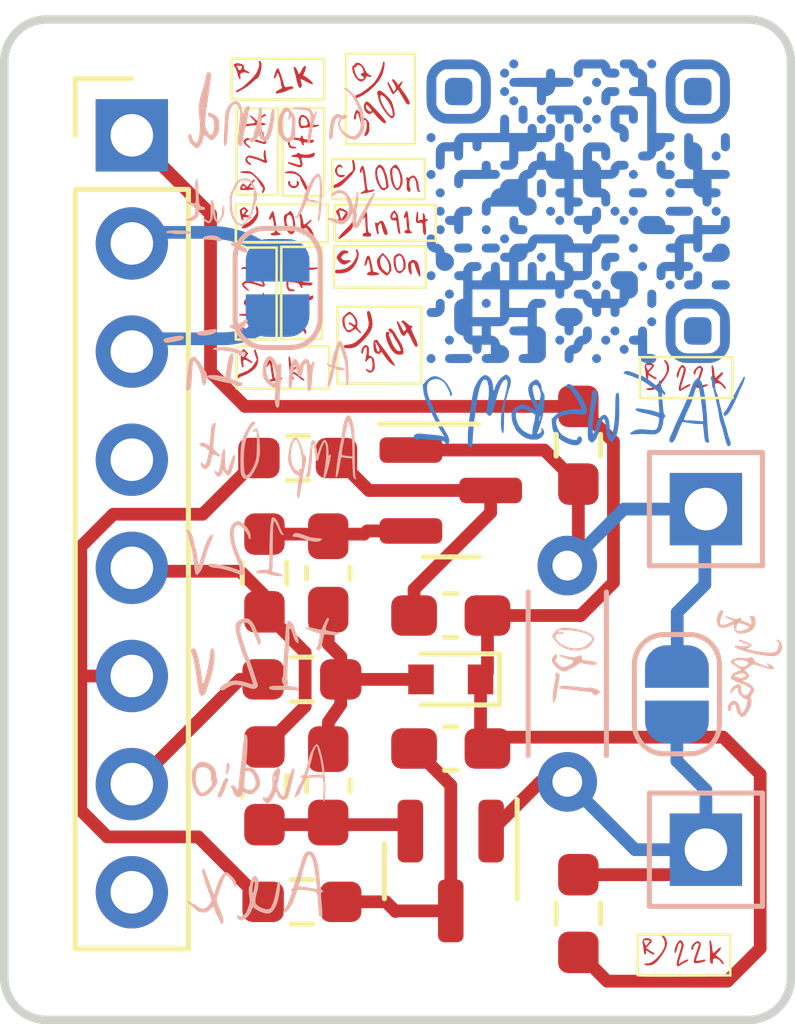
<source format=kicad_pcb>
(kicad_pcb (version 20221018) (generator pcbnew)
  (layers (0 "F.Cu" signal) (31 "B.Cu" signal) (34 "B.Paste" user) (35 "F.Paste" user) (36 "B.SilkS" user "B.Silkscreen") (37 "F.SilkS" user "F.Silkscreen") (38 "B.Mask" user) (39 "F.Mask" user) (44 "Edge.Cuts" user))
  (net 0 "")
  (net 1 "Net-(Q1-C)")
  (net 2 "GND")
  (net 3 "Net-(Q1-E)")
  (net 4 "Net-(D1-A)")
  (net 5 "Net-(Q2-C)")
  (net 6 "Net-(Q2-E)")
  (net 7 "Net-(J1-Pin_1)")
  (net 8 "Net-(J2-Pin_1)")
  (net 9 "/AUX")
  (net 10 "/AUDIO")
  (net 11 "+12V")
  (net 12 "-12V")
  (net 13 "/AMP_OUT")
  (net 14 "/AMP_IN")
  (net 15 "/VCA_OUT")
  (footprint "Package_TO_SOT_SMD:SOT-23" (layer "F.Cu") (at 111 95 -90)
    (fp_text reference "Q2")
    (fp_text value "MMBT3904" hide)
  )
  (footprint "Connector_PinHeader_2.54mm:PinHeader_1x08_P2.54mm_Vertical" (layer "F.Cu") (at 103.5 77.72)
    (fp_text reference "J3")
    (fp_text value "Conn_01x08_Pin" hide)
  )
  (footprint "Resistor_SMD:R_0603_1608Metric_Pad0.98x0.95mm_HandSolder" (layer "F.Cu") (at 107.5 95.725)
    (fp_text reference "R5")
    (fp_text value "1k" hide)
  )
  (footprint "Diode_SMD:D_SOD-523" (layer "F.Cu") (at 111 90.5 180)
    (fp_text reference "D1")
    (fp_text value "1N914" hide)
  )
  (footprint "Package_TO_SOT_SMD:SOT-23" (layer "F.Cu") (at 111 86.0625)
    (fp_text reference "Q1")
    (fp_text value "MMBT3904" hide)
  )
  (footprint "YAEWSBM2:frontmask" (layer "F.Cu") (at 109.5 86.5)
    (fp_text reference "G***" hide)
    (fp_text value "LOGO" hide)
  )
  (footprint "Resistor_SMD:R_0603_1608Metric_Pad0.98x0.95mm_HandSolder" (layer "F.Cu") (at 114 85 -90)
    (fp_text reference "R1")
    (fp_text value "22k" hide)
  )
  (footprint "Capacitor_SMD:C_0603_1608Metric_Pad1.08x0.95mm_HandSolder" (layer "F.Cu") (at 108.118502 88 -90)
    (fp_text reference "C2")
    (fp_text value "47pF" hide)
  )
  (footprint "Capacitor_SMD:C_0603_1608Metric_Pad1.08x0.95mm_HandSolder" (layer "F.Cu") (at 111 89)
    (fp_text reference "C1")
    (fp_text value "0.1uF" hide)
  )
  (footprint "Capacitor_SMD:C_0603_1608Metric_Pad1.08x0.95mm_HandSolder" (layer "F.Cu") (at 108.118502 93 90)
    (fp_text reference "C4")
    (fp_text value "47pF" hide)
  )
  (footprint "YAEWSBM2:frontsilk" (layer "F.Cu") (at 109.5 86.5)
    (fp_text reference "G***" hide)
    (fp_text value "LOGO" hide)
  )
  (footprint "Capacitor_SMD:C_0603_1608Metric_Pad1.08x0.95mm_HandSolder" (layer "F.Cu") (at 111 92.123595)
    (fp_text reference "C3")
    (fp_text value "0.1uF" hide)
  )
  (footprint "Resistor_SMD:R_0603_1608Metric_Pad0.98x0.95mm_HandSolder" (layer "F.Cu") (at 114 96 90)
    (fp_text reference "R2")
    (fp_text value "22k" hide)
  )
  (footprint "Resistor_SMD:R_0603_1608Metric_Pad0.98x0.95mm_HandSolder" (layer "F.Cu") (at 107.4 85.3)
    (fp_text reference "R3")
    (fp_text value "1k" hide)
  )
  (footprint "YAEWSBM2:frontcopper" (layer "F.Cu") (at 109.5 86.5)
    (fp_text reference "G***" hide)
    (fp_text value "LOGO" hide)
  )
  (footprint "Resistor_SMD:R_0603_1608Metric_Pad0.98x0.95mm_HandSolder" (layer "F.Cu") (at 106.618502 88 -90)
    (fp_text reference "R4")
    (fp_text value "22k" hide)
  )
  (footprint "Resistor_SMD:R_0603_1608Metric_Pad0.98x0.95mm_HandSolder" (layer "F.Cu") (at 107.5 90.5 180)
    (fp_text reference "R7")
    (fp_text value "10k" hide)
  )
  (footprint "Resistor_SMD:R_0603_1608Metric_Pad0.98x0.95mm_HandSolder" (layer "F.Cu") (at 106.618502 93 90)
    (fp_text reference "R6")
    (fp_text value "22k" hide)
  )
  (footprint "Connector_PinHeader_2.54mm:PinHeader_1x01_P2.54mm_Vertical" (layer "B.Cu") (at 117 86.5 180)
    (fp_text reference "J1")
    (fp_text value "Conn_01x01_Pin" hide)
  )
  (footprint "Resistor_THT:R_Axial_DIN0204_L3.6mm_D1.6mm_P5.08mm_Horizontal" (layer "B.Cu") (at 113.739534 92.906988 90)
    (fp_text reference "R8")
    (fp_text value "OPT" hide)
  )
  (footprint "Jumper:SolderJumper-2_P1.3mm_Open_RoundedPad1.0x1.5mm" (layer "B.Cu") (at 116.317618 90.847626 -90)
    (fp_text reference "JP1")
    (fp_text value "SolderJumper_2_Open" hide)
  )
  (footprint "YAEWSBM2:rearcopper" (layer "B.Cu") (at 109.6 86.5 180)
    (fp_text reference "")
    (fp_text value "")
  )
  (footprint "YAEWSBM2:rearsilk" (layer "B.Cu") (at 109.6 86.425 180)
    (fp_text reference "G***" hide)
    (fp_text value "LOGO" hide)
  )
  (footprint "YAEWSBM2:qr" (layer "B.Cu") (at 114 79.5 180)
    (fp_text reference "G***" hide)
    (fp_text value "LOGO" hide)
  )
  (footprint "Connector_PinHeader_2.54mm:PinHeader_1x01_P2.54mm_Vertical" (layer "B.Cu") (at 117 94.5 180)
    (fp_text reference "J2")
    (fp_text value "Conn_01x01_Pin" hide)
  )
  (footprint "Jumper:SolderJumper-2_P1.3mm_Open_RoundedPad1.0x1.5mm" (layer "B.Cu") (at 106.927937 81.305305 90)
    (fp_text reference "JP2")
    (fp_text value "SolderJumper_2_Open" hide)
  )
  (gr_line (start 118 98.5) (end 101.5 98.5) (stroke (width 0.2)) (layer "Edge.Cuts"))
  (gr_arc (start 119 97.5) (mid 118.707107 98.207107) (end 118 98.5) (stroke (width 0.2)) (layer "Edge.Cuts"))
  (gr_line (start 101.5 75) (end 118 75) (stroke (width 0.2)) (layer "Edge.Cuts"))
  (gr_arc (start 101.5 98.5) (mid 100.792893 98.207107) (end 100.5 97.5) (stroke (width 0.2)) (layer "Edge.Cuts"))
  (gr_arc (start 100.5 76) (mid 100.792893 75.292893) (end 101.5 75) (stroke (width 0.2)) (layer "Edge.Cuts"))
  (gr_line (start 119 76) (end 119 97.5) (stroke (width 0.2)) (layer "Edge.Cuts"))
  (gr_arc (start 118 75) (mid 118.707107 75.292893) (end 119 76) (stroke (width 0.2)) (layer "Edge.Cuts"))
  (gr_line (start 100.5 97.5) (end 100.5 76) (stroke (width 0.2)) (layer "Edge.Cuts"))
  (segment (start 111.9375 86.582107) (end 110.1375 88.382107) (width 0.3) (layer "F.Cu") (net 1))
  (segment (start 110.1375 88.382107) (end 110.1375 89) (width 0.3) (layer "F.Cu") (net 1))
  (segment (start 111.9375 86.0625) (end 109.075 86.0625) (width 0.3) (layer "F.Cu") (net 1))
  (segment (start 111.9375 86.0625) (end 111.9375 86.582107) (width 0.3) (layer "F.Cu") (net 1))
  (segment (start 109.075 86.0625) (end 108.3125 85.3) (width 0.3) (layer "F.Cu") (net 1))
  (segment (start 111.7 90.5) (end 111.7 91.961095) (width 0.3) (layer "F.Cu") (net 2))
  (segment (start 111.7 91.961095) (end 111.8625 92.123595) (width 0.3) (layer "F.Cu") (net 2))
  (segment (start 118.275 92.725) (end 118.275 96.819547) (width 0.3) (layer "F.Cu") (net 2))
  (segment (start 105.35 79.57) (end 103.5 77.72) (width 0.3) (layer "F.Cu") (net 2))
  (segment (start 114.675488 97.587988) (end 114 96.9125) (width 0.3) (layer "F.Cu") (net 2))
  (segment (start 111.8625 92.123595) (end 112.129107 91.856988) (width 0.3) (layer "F.Cu") (net 2))
  (segment (start 114 84.0875) (end 106.159201 84.0875) (width 0.3) (layer "F.Cu") (net 2))
  (segment (start 105.35 83.278299) (end 105.35 79.57) (width 0.3) (layer "F.Cu") (net 2))
  (segment (start 112.129107 91.856988) (end 117.406988 91.856988) (width 0.3) (layer "F.Cu") (net 2))
  (segment (start 106.159201 84.0875) (end 105.35 83.278299) (width 0.3) (layer "F.Cu") (net 2))
  (segment (start 117.506559 97.587988) (end 114.675488 97.587988) (width 0.3) (layer "F.Cu") (net 2))
  (segment (start 114 84.0875) (end 114.825 84.9125) (width 0.3) (layer "F.Cu") (net 2))
  (segment (start 118.275 96.819547) (end 117.506559 97.587988) (width 0.3) (layer "F.Cu") (net 2))
  (segment (start 111.8625 89) (end 111.8625 90.3375) (width 0.3) (layer "F.Cu") (net 2))
  (segment (start 117.406988 91.856988) (end 118.275 92.725) (width 0.3) (layer "F.Cu") (net 2))
  (segment (start 114.825 88.226447) (end 114.051447 89) (width 0.3) (layer "F.Cu") (net 2))
  (segment (start 114.825 84.9125) (end 114.825 88.226447) (width 0.3) (layer "F.Cu") (net 2))
  (segment (start 111.8625 90.3375) (end 111.7 90.5) (width 0.3) (layer "F.Cu") (net 2))
  (segment (start 114.051447 89) (end 111.8625 89) (width 0.3) (layer "F.Cu") (net 2))
  (segment (start 109.0375 87.0125) (end 110.0625 87.0125) (width 0.3) (layer "F.Cu") (net 3))
  (segment (start 106.618502 87.0875) (end 108.9625 87.0875) (width 0.3) (layer "F.Cu") (net 3))
  (segment (start 108.9625 87.0875) (end 109.0375 87.0125) (width 0.3) (layer "F.Cu") (net 3))
  (segment (start 108.125 91.5) (end 108.118502 91.618502) (width 0.3) (layer "F.Cu") (net 4))
  (segment (start 108.4125 91.0875) (end 108.125 91.5) (width 0.3) (layer "F.Cu") (net 4))
  (segment (start 108.4125 89.9625) (end 108.118502 89.668502) (width 0.3) (layer "F.Cu") (net 4))
  (segment (start 108.4125 90.5) (end 108.4125 91.0875) (width 0.3) (layer "F.Cu") (net 4))
  (segment (start 110.3 90.5) (end 108.4125 90.5) (width 0.3) (layer "F.Cu") (net 4))
  (segment (start 108.118502 91.618502) (end 108.118502 92.1375) (width 0.3) (layer "F.Cu") (net 4))
  (segment (start 108.4125 90.5) (end 108.4125 89.9625) (width 0.3) (layer "F.Cu") (net 4))
  (segment (start 108.118502 89.668502) (end 108.118502 88.8625) (width 0.3) (layer "F.Cu") (net 4))
  (segment (start 109.7 95.95) (end 109.7125 95.9375) (width 0.3) (layer "F.Cu") (net 5))
  (segment (start 109.7125 95.9375) (end 111 95.9375) (width 0.3) (layer "F.Cu") (net 5))
  (segment (start 109.475 95.725) (end 109.7 95.95) (width 0.3) (layer "F.Cu") (net 5))
  (segment (start 108.4125 95.725) (end 109.475 95.725) (width 0.3) (layer "F.Cu") (net 5))
  (segment (start 111 92.986095) (end 111 95.9375) (width 0.3) (layer "F.Cu") (net 5))
  (segment (start 110.1375 92.123595) (end 111 92.986095) (width 0.3) (layer "F.Cu") (net 5))
  (segment (start 109.9 93.9125) (end 110.05 94.0625) (width 0.3) (layer "F.Cu") (net 6))
  (segment (start 106.618502 93.9125) (end 109.9 93.9125) (width 0.3) (layer "F.Cu") (net 6))
  (segment (start 114 85.9125) (end 114 87.566522) (width 0.3) (layer "F.Cu") (net 7))
  (segment (start 113.2 85.1125) (end 114 85.9125) (width 0.3) (layer "F.Cu") (net 7))
  (segment (start 110.0625 85.1125) (end 113.2 85.1125) (width 0.3) (layer "F.Cu") (net 7))
  (segment (start 114 87.566522) (end 113.739534 87.826988) (width 0.3) (layer "F.Cu") (net 7))
  (segment (start 113.739534 87.826988) (end 115.066522 86.5) (width 0.3) (layer "B.Cu") (net 7))
  (segment (start 116.325 90.190244) (end 116.317618 90.197626) (width 0.3) (layer "B.Cu") (net 7))
  (segment (start 116.975 88.275) (end 116.325 88.925) (width 0.3) (layer "B.Cu") (net 7))
  (segment (start 116.975 86.525) (end 116.975 88.275) (width 0.3) (layer "B.Cu") (net 7))
  (segment (start 116.325 88.925) (end 116.325 90.190244) (width 0.3) (layer "B.Cu") (net 7))
  (segment (start 115.066522 86.5) (end 117 86.5) (width 0.3) (layer "B.Cu") (net 7))
  (segment (start 117 86.5) (end 116.975 86.525) (width 0.3) (layer "B.Cu") (net 7))
  (segment (start 113.105512 92.906988) (end 113.739534 92.906988) (width 0.3) (layer "F.Cu") (net 8))
  (segment (start 116.4125 95.0875) (end 114 95.0875) (width 0.3) (layer "F.Cu") (net 8))
  (segment (start 111.95 94.0625) (end 113.105512 92.906988) (width 0.3) (layer "F.Cu") (net 8))
  (segment (start 117 94.5) (end 116.4125 95.0875) (width 0.3) (layer "F.Cu") (net 8))
  (segment (start 117 93.1) (end 117 94.5) (width 0.3) (layer "B.Cu") (net 8))
  (segment (start 116.317618 92.417618) (end 117 93.1) (width 0.3) (layer "B.Cu") (net 8))
  (segment (start 113.739534 92.906988) (end 115.332546 94.5) (width 0.3) (layer "B.Cu") (net 8))
  (segment (start 115.332546 94.5) (end 117 94.5) (width 0.3) (layer "B.Cu") (net 8))
  (segment (start 116.317618 91.497626) (end 116.317618 92.417618) (width 0.3) (layer "B.Cu") (net 8))
  (segment (start 106.04 90.5) (end 106.5875 90.5) (width 0.3) (layer "F.Cu") (net 10))
  (segment (start 103.5 93.04) (end 106.04 90.5) (width 0.3) (layer "F.Cu") (net 10))
  (segment (start 102.305 90.42) (end 102.3 90.425) (width 0.3) (layer "F.Cu") (net 11))
  (segment (start 106.5875 95.725) (end 105.0625 94.2) (width 0.3) (layer "F.Cu") (net 11))
  (segment (start 102.3 90.425) (end 102.3 87.382943) (width 0.3) (layer "F.Cu") (net 11))
  (segment (start 103.5 90.42) (end 102.305 90.42) (width 0.3) (layer "F.Cu") (net 11))
  (segment (start 103.062943 86.62) (end 105.1675 86.62) (width 0.3) (layer "F.Cu") (net 11))
  (segment (start 102.3 87.382943) (end 103.062943 86.62) (width 0.3) (layer "F.Cu") (net 11))
  (segment (start 105.0625 94.2) (end 102.925 94.2) (width 0.3) (layer "F.Cu") (net 11))
  (segment (start 105.1675 86.62) (end 106.4875 85.3) (width 0.3) (layer "F.Cu") (net 11))
  (segment (start 102.3 93.575) (end 102.3 90.425) (width 0.3) (layer "F.Cu") (net 11))
  (segment (start 102.925 94.2) (end 102.3 93.575) (width 0.3) (layer "F.Cu") (net 11))
  (segment (start 106.618502 88.531002) (end 106.0475 87.96) (width 0.3) (layer "F.Cu") (net 12))
  (segment (start 106.618502 88.9125) (end 106.618502 88.531002) (width 0.3) (layer "F.Cu") (net 12))
  (segment (start 103.5 87.96) (end 106.0475 87.96) (width 0.3) (layer "F.Cu") (net 12))
  (segment (start 106.618502 92.0875) (end 107.575 91.131002) (width 0.3) (layer "F.Cu") (net 12))
  (segment (start 107.575 89.868998) (end 106.618502 88.9125) (width 0.3) (layer "F.Cu") (net 12))
  (segment (start 107.575 91.131002) (end 107.575 89.868998) (width 0.3) (layer "F.Cu") (net 12))
  (segment (start 105.612927 82.5) (end 104.224264 82.5) (width 0.3) (layer "B.Cu") (net 14))
  (arc (start 106.927937 81.955305) (mid 106.324606 82.358438) (end 105.612927 82.5) (width 0.3) (layer "B.Cu") (net 14))
  (arc (start 104.224264 82.5) (mid 103.832295 82.577967) (end 103.5 82.8) (width 0.3) (layer "B.Cu") (net 14))
  (segment (start 104.127695 80) (end 105.345891 80) (width 0.3) (layer "B.Cu") (net 15))
  (arc (start 106.927937 80.655305) (mid 106.202089 80.170308) (end 105.345891 80) (width 0.3) (layer "B.Cu") (net 15))
  (arc (start 103.5 80.26) (mid 103.787988 80.067572) (end 104.127695 80) (width 0.3) (layer "B.Cu") (net 15))
)
</source>
